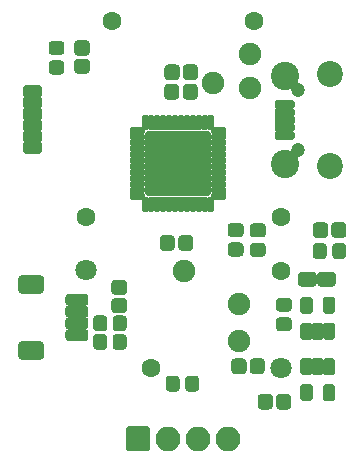
<source format=gbr>
%TF.GenerationSoftware,KiCad,Pcbnew,(5.1.9-0-10_14)*%
%TF.CreationDate,2021-09-13T12:25:13+02:00*%
%TF.ProjectId,SmartwatchPCB,536d6172-7477-4617-9463-685043422e6b,rev?*%
%TF.SameCoordinates,Original*%
%TF.FileFunction,Soldermask,Top*%
%TF.FilePolarity,Negative*%
%FSLAX46Y46*%
G04 Gerber Fmt 4.6, Leading zero omitted, Abs format (unit mm)*
G04 Created by KiCad (PCBNEW (5.1.9-0-10_14)) date 2021-09-13 12:25:13*
%MOMM*%
%LPD*%
G01*
G04 APERTURE LIST*
%ADD10C,1.900000*%
%ADD11O,2.100000X2.100000*%
%ADD12C,1.600000*%
%ADD13C,1.800000*%
%ADD14C,1.200000*%
%ADD15C,2.200000*%
%ADD16C,2.400000*%
G04 APERTURE END LIST*
D10*
%TO.C,TP_RST1*%
X35433000Y-24257000D03*
%TD*%
%TO.C,R9*%
G36*
G01*
X39567200Y-37354800D02*
X38817200Y-37354800D01*
G75*
G02*
X38517200Y-37054800I0J300000D01*
G01*
X38517200Y-36454800D01*
G75*
G02*
X38817200Y-36154800I300000J0D01*
G01*
X39567200Y-36154800D01*
G75*
G02*
X39867200Y-36454800I0J-300000D01*
G01*
X39867200Y-37054800D01*
G75*
G02*
X39567200Y-37354800I-300000J0D01*
G01*
G37*
G36*
G01*
X39567200Y-39004800D02*
X38817200Y-39004800D01*
G75*
G02*
X38517200Y-38704800I0J300000D01*
G01*
X38517200Y-38104800D01*
G75*
G02*
X38817200Y-37804800I300000J0D01*
G01*
X39567200Y-37804800D01*
G75*
G02*
X39867200Y-38104800I0J-300000D01*
G01*
X39867200Y-38704800D01*
G75*
G02*
X39567200Y-39004800I-300000J0D01*
G01*
G37*
%TD*%
%TO.C,R8*%
G36*
G01*
X36937600Y-37779400D02*
X37687600Y-37779400D01*
G75*
G02*
X37987600Y-38079400I0J-300000D01*
G01*
X37987600Y-38679400D01*
G75*
G02*
X37687600Y-38979400I-300000J0D01*
G01*
X36937600Y-38979400D01*
G75*
G02*
X36637600Y-38679400I0J300000D01*
G01*
X36637600Y-38079400D01*
G75*
G02*
X36937600Y-37779400I300000J0D01*
G01*
G37*
G36*
G01*
X36937600Y-36129400D02*
X37687600Y-36129400D01*
G75*
G02*
X37987600Y-36429400I0J-300000D01*
G01*
X37987600Y-37029400D01*
G75*
G02*
X37687600Y-37329400I-300000J0D01*
G01*
X36937600Y-37329400D01*
G75*
G02*
X36637600Y-37029400I0J300000D01*
G01*
X36637600Y-36429400D01*
G75*
G02*
X36937600Y-36129400I300000J0D01*
G01*
G37*
%TD*%
%TO.C,R7*%
G36*
G01*
X26895000Y-46577600D02*
X26895000Y-45827600D01*
G75*
G02*
X27195000Y-45527600I300000J0D01*
G01*
X27795000Y-45527600D01*
G75*
G02*
X28095000Y-45827600I0J-300000D01*
G01*
X28095000Y-46577600D01*
G75*
G02*
X27795000Y-46877600I-300000J0D01*
G01*
X27195000Y-46877600D01*
G75*
G02*
X26895000Y-46577600I0J300000D01*
G01*
G37*
G36*
G01*
X25245000Y-46577600D02*
X25245000Y-45827600D01*
G75*
G02*
X25545000Y-45527600I300000J0D01*
G01*
X26145000Y-45527600D01*
G75*
G02*
X26445000Y-45827600I0J-300000D01*
G01*
X26445000Y-46577600D01*
G75*
G02*
X26145000Y-46877600I-300000J0D01*
G01*
X25545000Y-46877600D01*
G75*
G02*
X25245000Y-46577600I0J300000D01*
G01*
G37*
%TD*%
%TO.C,R6*%
G36*
G01*
X26895000Y-45002800D02*
X26895000Y-44252800D01*
G75*
G02*
X27195000Y-43952800I300000J0D01*
G01*
X27795000Y-43952800D01*
G75*
G02*
X28095000Y-44252800I0J-300000D01*
G01*
X28095000Y-45002800D01*
G75*
G02*
X27795000Y-45302800I-300000J0D01*
G01*
X27195000Y-45302800D01*
G75*
G02*
X26895000Y-45002800I0J300000D01*
G01*
G37*
G36*
G01*
X25245000Y-45002800D02*
X25245000Y-44252800D01*
G75*
G02*
X25545000Y-43952800I300000J0D01*
G01*
X26145000Y-43952800D01*
G75*
G02*
X26445000Y-44252800I0J-300000D01*
G01*
X26445000Y-45002800D01*
G75*
G02*
X26145000Y-45302800I-300000J0D01*
G01*
X25545000Y-45302800D01*
G75*
G02*
X25245000Y-45002800I0J300000D01*
G01*
G37*
%TD*%
D11*
%TO.C,J3*%
X36677600Y-54406800D03*
X34137600Y-54406800D03*
X31597600Y-54406800D03*
G36*
G01*
X29907600Y-55456800D02*
X28207600Y-55456800D01*
G75*
G02*
X28007600Y-55256800I0J200000D01*
G01*
X28007600Y-53556800D01*
G75*
G02*
X28207600Y-53356800I200000J0D01*
G01*
X29907600Y-53356800D01*
G75*
G02*
X30107600Y-53556800I0J-200000D01*
G01*
X30107600Y-55256800D01*
G75*
G02*
X29907600Y-55456800I-200000J0D01*
G01*
G37*
%TD*%
D10*
%TO.C,TP_VBAT1*%
X37642800Y-46151800D03*
%TD*%
%TO.C,TP_GND1*%
X37592000Y-43027600D03*
%TD*%
D12*
%TO.C,U1*%
X26880300Y-18994600D03*
X38880300Y-18994600D03*
X24630300Y-35629600D03*
X41130300Y-35629600D03*
X30130300Y-48379600D03*
D13*
X41130300Y-48379600D03*
X24630300Y-40106600D03*
D12*
X41130300Y-40229600D03*
%TD*%
%TO.C,C7*%
G36*
G01*
X40477200Y-50907200D02*
X40477200Y-51607200D01*
G75*
G02*
X40152200Y-51932200I-325000J0D01*
G01*
X39502200Y-51932200D01*
G75*
G02*
X39177200Y-51607200I0J325000D01*
G01*
X39177200Y-50907200D01*
G75*
G02*
X39502200Y-50582200I325000J0D01*
G01*
X40152200Y-50582200D01*
G75*
G02*
X40477200Y-50907200I0J-325000D01*
G01*
G37*
G36*
G01*
X42027200Y-50907200D02*
X42027200Y-51607200D01*
G75*
G02*
X41702200Y-51932200I-325000J0D01*
G01*
X41052200Y-51932200D01*
G75*
G02*
X40727200Y-51607200I0J325000D01*
G01*
X40727200Y-50907200D01*
G75*
G02*
X41052200Y-50582200I325000J0D01*
G01*
X41702200Y-50582200D01*
G75*
G02*
X42027200Y-50907200I0J-325000D01*
G01*
G37*
%TD*%
%TO.C,C6*%
G36*
G01*
X38242000Y-47910000D02*
X38242000Y-48610000D01*
G75*
G02*
X37917000Y-48935000I-325000J0D01*
G01*
X37267000Y-48935000D01*
G75*
G02*
X36942000Y-48610000I0J325000D01*
G01*
X36942000Y-47910000D01*
G75*
G02*
X37267000Y-47585000I325000J0D01*
G01*
X37917000Y-47585000D01*
G75*
G02*
X38242000Y-47910000I0J-325000D01*
G01*
G37*
G36*
G01*
X39792000Y-47910000D02*
X39792000Y-48610000D01*
G75*
G02*
X39467000Y-48935000I-325000J0D01*
G01*
X38817000Y-48935000D01*
G75*
G02*
X38492000Y-48610000I0J325000D01*
G01*
X38492000Y-47910000D01*
G75*
G02*
X38817000Y-47585000I325000J0D01*
G01*
X39467000Y-47585000D01*
G75*
G02*
X39792000Y-47910000I0J-325000D01*
G01*
G37*
%TD*%
%TO.C,C5*%
G36*
G01*
X45150800Y-36378400D02*
X45150800Y-37078400D01*
G75*
G02*
X44825800Y-37403400I-325000J0D01*
G01*
X44175800Y-37403400D01*
G75*
G02*
X43850800Y-37078400I0J325000D01*
G01*
X43850800Y-36378400D01*
G75*
G02*
X44175800Y-36053400I325000J0D01*
G01*
X44825800Y-36053400D01*
G75*
G02*
X45150800Y-36378400I0J-325000D01*
G01*
G37*
G36*
G01*
X46700800Y-36378400D02*
X46700800Y-37078400D01*
G75*
G02*
X46375800Y-37403400I-325000J0D01*
G01*
X45725800Y-37403400D01*
G75*
G02*
X45400800Y-37078400I0J325000D01*
G01*
X45400800Y-36378400D01*
G75*
G02*
X45725800Y-36053400I325000J0D01*
G01*
X46375800Y-36053400D01*
G75*
G02*
X46700800Y-36378400I0J-325000D01*
G01*
G37*
%TD*%
%TO.C,U3*%
G36*
G01*
X44884500Y-49773000D02*
X45534500Y-49773000D01*
G75*
G02*
X45734500Y-49973000I0J-200000D01*
G01*
X45734500Y-51033000D01*
G75*
G02*
X45534500Y-51233000I-200000J0D01*
G01*
X44884500Y-51233000D01*
G75*
G02*
X44684500Y-51033000I0J200000D01*
G01*
X44684500Y-49973000D01*
G75*
G02*
X44884500Y-49773000I200000J0D01*
G01*
G37*
G36*
G01*
X42984500Y-49773000D02*
X43634500Y-49773000D01*
G75*
G02*
X43834500Y-49973000I0J-200000D01*
G01*
X43834500Y-51033000D01*
G75*
G02*
X43634500Y-51233000I-200000J0D01*
G01*
X42984500Y-51233000D01*
G75*
G02*
X42784500Y-51033000I0J200000D01*
G01*
X42784500Y-49973000D01*
G75*
G02*
X42984500Y-49773000I200000J0D01*
G01*
G37*
G36*
G01*
X42984500Y-47573000D02*
X43634500Y-47573000D01*
G75*
G02*
X43834500Y-47773000I0J-200000D01*
G01*
X43834500Y-48833000D01*
G75*
G02*
X43634500Y-49033000I-200000J0D01*
G01*
X42984500Y-49033000D01*
G75*
G02*
X42784500Y-48833000I0J200000D01*
G01*
X42784500Y-47773000D01*
G75*
G02*
X42984500Y-47573000I200000J0D01*
G01*
G37*
G36*
G01*
X43934500Y-47573000D02*
X44584500Y-47573000D01*
G75*
G02*
X44784500Y-47773000I0J-200000D01*
G01*
X44784500Y-48833000D01*
G75*
G02*
X44584500Y-49033000I-200000J0D01*
G01*
X43934500Y-49033000D01*
G75*
G02*
X43734500Y-48833000I0J200000D01*
G01*
X43734500Y-47773000D01*
G75*
G02*
X43934500Y-47573000I200000J0D01*
G01*
G37*
G36*
G01*
X44884500Y-47573000D02*
X45534500Y-47573000D01*
G75*
G02*
X45734500Y-47773000I0J-200000D01*
G01*
X45734500Y-48833000D01*
G75*
G02*
X45534500Y-49033000I-200000J0D01*
G01*
X44884500Y-49033000D01*
G75*
G02*
X44684500Y-48833000I0J200000D01*
G01*
X44684500Y-47773000D01*
G75*
G02*
X44884500Y-47573000I200000J0D01*
G01*
G37*
%TD*%
%TO.C,U2*%
G36*
G01*
X43634500Y-43826000D02*
X42984500Y-43826000D01*
G75*
G02*
X42784500Y-43626000I0J200000D01*
G01*
X42784500Y-42566000D01*
G75*
G02*
X42984500Y-42366000I200000J0D01*
G01*
X43634500Y-42366000D01*
G75*
G02*
X43834500Y-42566000I0J-200000D01*
G01*
X43834500Y-43626000D01*
G75*
G02*
X43634500Y-43826000I-200000J0D01*
G01*
G37*
G36*
G01*
X45534500Y-43826000D02*
X44884500Y-43826000D01*
G75*
G02*
X44684500Y-43626000I0J200000D01*
G01*
X44684500Y-42566000D01*
G75*
G02*
X44884500Y-42366000I200000J0D01*
G01*
X45534500Y-42366000D01*
G75*
G02*
X45734500Y-42566000I0J-200000D01*
G01*
X45734500Y-43626000D01*
G75*
G02*
X45534500Y-43826000I-200000J0D01*
G01*
G37*
G36*
G01*
X45534500Y-46026000D02*
X44884500Y-46026000D01*
G75*
G02*
X44684500Y-45826000I0J200000D01*
G01*
X44684500Y-44766000D01*
G75*
G02*
X44884500Y-44566000I200000J0D01*
G01*
X45534500Y-44566000D01*
G75*
G02*
X45734500Y-44766000I0J-200000D01*
G01*
X45734500Y-45826000D01*
G75*
G02*
X45534500Y-46026000I-200000J0D01*
G01*
G37*
G36*
G01*
X44584500Y-46026000D02*
X43934500Y-46026000D01*
G75*
G02*
X43734500Y-45826000I0J200000D01*
G01*
X43734500Y-44766000D01*
G75*
G02*
X43934500Y-44566000I200000J0D01*
G01*
X44584500Y-44566000D01*
G75*
G02*
X44784500Y-44766000I0J-200000D01*
G01*
X44784500Y-45826000D01*
G75*
G02*
X44584500Y-46026000I-200000J0D01*
G01*
G37*
G36*
G01*
X43634500Y-46026000D02*
X42984500Y-46026000D01*
G75*
G02*
X42784500Y-45826000I0J200000D01*
G01*
X42784500Y-44766000D01*
G75*
G02*
X42984500Y-44566000I200000J0D01*
G01*
X43634500Y-44566000D01*
G75*
G02*
X43834500Y-44766000I0J-200000D01*
G01*
X43834500Y-45826000D01*
G75*
G02*
X43634500Y-46026000I-200000J0D01*
G01*
G37*
%TD*%
%TO.C,R5*%
G36*
G01*
X45487800Y-38881400D02*
X45487800Y-38131400D01*
G75*
G02*
X45787800Y-37831400I300000J0D01*
G01*
X46387800Y-37831400D01*
G75*
G02*
X46687800Y-38131400I0J-300000D01*
G01*
X46687800Y-38881400D01*
G75*
G02*
X46387800Y-39181400I-300000J0D01*
G01*
X45787800Y-39181400D01*
G75*
G02*
X45487800Y-38881400I0J300000D01*
G01*
G37*
G36*
G01*
X43837800Y-38881400D02*
X43837800Y-38131400D01*
G75*
G02*
X44137800Y-37831400I300000J0D01*
G01*
X44737800Y-37831400D01*
G75*
G02*
X45037800Y-38131400I0J-300000D01*
G01*
X45037800Y-38881400D01*
G75*
G02*
X44737800Y-39181400I-300000J0D01*
G01*
X44137800Y-39181400D01*
G75*
G02*
X43837800Y-38881400I0J300000D01*
G01*
G37*
%TD*%
%TO.C,R4*%
G36*
G01*
X41027000Y-44103500D02*
X41777000Y-44103500D01*
G75*
G02*
X42077000Y-44403500I0J-300000D01*
G01*
X42077000Y-45003500D01*
G75*
G02*
X41777000Y-45303500I-300000J0D01*
G01*
X41027000Y-45303500D01*
G75*
G02*
X40727000Y-45003500I0J300000D01*
G01*
X40727000Y-44403500D01*
G75*
G02*
X41027000Y-44103500I300000J0D01*
G01*
G37*
G36*
G01*
X41027000Y-42453500D02*
X41777000Y-42453500D01*
G75*
G02*
X42077000Y-42753500I0J-300000D01*
G01*
X42077000Y-43353500D01*
G75*
G02*
X41777000Y-43653500I-300000J0D01*
G01*
X41027000Y-43653500D01*
G75*
G02*
X40727000Y-43353500I0J300000D01*
G01*
X40727000Y-42753500D01*
G75*
G02*
X41027000Y-42453500I300000J0D01*
G01*
G37*
%TD*%
%TO.C,D2*%
G36*
G01*
X44195700Y-40581500D02*
X44195700Y-41206500D01*
G75*
G02*
X43883200Y-41519000I-312500J0D01*
G01*
X42883200Y-41519000D01*
G75*
G02*
X42570700Y-41206500I0J312500D01*
G01*
X42570700Y-40581500D01*
G75*
G02*
X42883200Y-40269000I312500J0D01*
G01*
X43883200Y-40269000D01*
G75*
G02*
X44195700Y-40581500I0J-312500D01*
G01*
G37*
G36*
G01*
X45820700Y-40581500D02*
X45820700Y-41206500D01*
G75*
G02*
X45508200Y-41519000I-312500J0D01*
G01*
X44508200Y-41519000D01*
G75*
G02*
X44195700Y-41206500I0J312500D01*
G01*
X44195700Y-40581500D01*
G75*
G02*
X44508200Y-40269000I312500J0D01*
G01*
X45508200Y-40269000D01*
G75*
G02*
X45820700Y-40581500I0J-312500D01*
G01*
G37*
%TD*%
%TO.C,IC2*%
G36*
G01*
X19481800Y-29226100D02*
X20751800Y-29226100D01*
G75*
G02*
X20951800Y-29426100I0J-200000D01*
G01*
X20951800Y-30061100D01*
G75*
G02*
X20751800Y-30261100I-200000J0D01*
G01*
X19481800Y-30261100D01*
G75*
G02*
X19281800Y-30061100I0J200000D01*
G01*
X19281800Y-29426100D01*
G75*
G02*
X19481800Y-29226100I200000J0D01*
G01*
G37*
G36*
G01*
X19481800Y-28276100D02*
X20751800Y-28276100D01*
G75*
G02*
X20951800Y-28476100I0J-200000D01*
G01*
X20951800Y-29111100D01*
G75*
G02*
X20751800Y-29311100I-200000J0D01*
G01*
X19481800Y-29311100D01*
G75*
G02*
X19281800Y-29111100I0J200000D01*
G01*
X19281800Y-28476100D01*
G75*
G02*
X19481800Y-28276100I200000J0D01*
G01*
G37*
G36*
G01*
X19481800Y-27326100D02*
X20751800Y-27326100D01*
G75*
G02*
X20951800Y-27526100I0J-200000D01*
G01*
X20951800Y-28161100D01*
G75*
G02*
X20751800Y-28361100I-200000J0D01*
G01*
X19481800Y-28361100D01*
G75*
G02*
X19281800Y-28161100I0J200000D01*
G01*
X19281800Y-27526100D01*
G75*
G02*
X19481800Y-27326100I200000J0D01*
G01*
G37*
G36*
G01*
X19481800Y-26376100D02*
X20751800Y-26376100D01*
G75*
G02*
X20951800Y-26576100I0J-200000D01*
G01*
X20951800Y-27211100D01*
G75*
G02*
X20751800Y-27411100I-200000J0D01*
G01*
X19481800Y-27411100D01*
G75*
G02*
X19281800Y-27211100I0J200000D01*
G01*
X19281800Y-26576100D01*
G75*
G02*
X19481800Y-26376100I200000J0D01*
G01*
G37*
G36*
G01*
X19481800Y-25426100D02*
X20751800Y-25426100D01*
G75*
G02*
X20951800Y-25626100I0J-200000D01*
G01*
X20951800Y-26261100D01*
G75*
G02*
X20751800Y-26461100I-200000J0D01*
G01*
X19481800Y-26461100D01*
G75*
G02*
X19281800Y-26261100I0J200000D01*
G01*
X19281800Y-25626100D01*
G75*
G02*
X19481800Y-25426100I200000J0D01*
G01*
G37*
G36*
G01*
X19481800Y-24476100D02*
X20751800Y-24476100D01*
G75*
G02*
X20951800Y-24676100I0J-200000D01*
G01*
X20951800Y-25311100D01*
G75*
G02*
X20751800Y-25511100I-200000J0D01*
G01*
X19481800Y-25511100D01*
G75*
G02*
X19281800Y-25311100I0J200000D01*
G01*
X19281800Y-24676100D01*
G75*
G02*
X19481800Y-24476100I200000J0D01*
G01*
G37*
%TD*%
%TO.C,IC1*%
G36*
G01*
X29660800Y-33664600D02*
X29660800Y-28514600D01*
G75*
G02*
X29860800Y-28314600I200000J0D01*
G01*
X35010800Y-28314600D01*
G75*
G02*
X35210800Y-28514600I0J-200000D01*
G01*
X35210800Y-33664600D01*
G75*
G02*
X35010800Y-33864600I-200000J0D01*
G01*
X29860800Y-33864600D01*
G75*
G02*
X29660800Y-33664600I0J200000D01*
G01*
G37*
G36*
G01*
X29360800Y-28127100D02*
X29360800Y-27177100D01*
G75*
G02*
X29523300Y-27014600I162500J0D01*
G01*
X29848300Y-27014600D01*
G75*
G02*
X30010800Y-27177100I0J-162500D01*
G01*
X30010800Y-28127100D01*
G75*
G02*
X29848300Y-28289600I-162500J0D01*
G01*
X29523300Y-28289600D01*
G75*
G02*
X29360800Y-28127100I0J162500D01*
G01*
G37*
G36*
G01*
X29860800Y-28127100D02*
X29860800Y-27177100D01*
G75*
G02*
X30023300Y-27014600I162500J0D01*
G01*
X30348300Y-27014600D01*
G75*
G02*
X30510800Y-27177100I0J-162500D01*
G01*
X30510800Y-28127100D01*
G75*
G02*
X30348300Y-28289600I-162500J0D01*
G01*
X30023300Y-28289600D01*
G75*
G02*
X29860800Y-28127100I0J162500D01*
G01*
G37*
G36*
G01*
X30360800Y-28127100D02*
X30360800Y-27177100D01*
G75*
G02*
X30523300Y-27014600I162500J0D01*
G01*
X30848300Y-27014600D01*
G75*
G02*
X31010800Y-27177100I0J-162500D01*
G01*
X31010800Y-28127100D01*
G75*
G02*
X30848300Y-28289600I-162500J0D01*
G01*
X30523300Y-28289600D01*
G75*
G02*
X30360800Y-28127100I0J162500D01*
G01*
G37*
G36*
G01*
X30860800Y-28127100D02*
X30860800Y-27177100D01*
G75*
G02*
X31023300Y-27014600I162500J0D01*
G01*
X31348300Y-27014600D01*
G75*
G02*
X31510800Y-27177100I0J-162500D01*
G01*
X31510800Y-28127100D01*
G75*
G02*
X31348300Y-28289600I-162500J0D01*
G01*
X31023300Y-28289600D01*
G75*
G02*
X30860800Y-28127100I0J162500D01*
G01*
G37*
G36*
G01*
X31360800Y-28127100D02*
X31360800Y-27177100D01*
G75*
G02*
X31523300Y-27014600I162500J0D01*
G01*
X31848300Y-27014600D01*
G75*
G02*
X32010800Y-27177100I0J-162500D01*
G01*
X32010800Y-28127100D01*
G75*
G02*
X31848300Y-28289600I-162500J0D01*
G01*
X31523300Y-28289600D01*
G75*
G02*
X31360800Y-28127100I0J162500D01*
G01*
G37*
G36*
G01*
X31860800Y-28127100D02*
X31860800Y-27177100D01*
G75*
G02*
X32023300Y-27014600I162500J0D01*
G01*
X32348300Y-27014600D01*
G75*
G02*
X32510800Y-27177100I0J-162500D01*
G01*
X32510800Y-28127100D01*
G75*
G02*
X32348300Y-28289600I-162500J0D01*
G01*
X32023300Y-28289600D01*
G75*
G02*
X31860800Y-28127100I0J162500D01*
G01*
G37*
G36*
G01*
X32360800Y-28127100D02*
X32360800Y-27177100D01*
G75*
G02*
X32523300Y-27014600I162500J0D01*
G01*
X32848300Y-27014600D01*
G75*
G02*
X33010800Y-27177100I0J-162500D01*
G01*
X33010800Y-28127100D01*
G75*
G02*
X32848300Y-28289600I-162500J0D01*
G01*
X32523300Y-28289600D01*
G75*
G02*
X32360800Y-28127100I0J162500D01*
G01*
G37*
G36*
G01*
X32860800Y-28127100D02*
X32860800Y-27177100D01*
G75*
G02*
X33023300Y-27014600I162500J0D01*
G01*
X33348300Y-27014600D01*
G75*
G02*
X33510800Y-27177100I0J-162500D01*
G01*
X33510800Y-28127100D01*
G75*
G02*
X33348300Y-28289600I-162500J0D01*
G01*
X33023300Y-28289600D01*
G75*
G02*
X32860800Y-28127100I0J162500D01*
G01*
G37*
G36*
G01*
X33360800Y-28127100D02*
X33360800Y-27177100D01*
G75*
G02*
X33523300Y-27014600I162500J0D01*
G01*
X33848300Y-27014600D01*
G75*
G02*
X34010800Y-27177100I0J-162500D01*
G01*
X34010800Y-28127100D01*
G75*
G02*
X33848300Y-28289600I-162500J0D01*
G01*
X33523300Y-28289600D01*
G75*
G02*
X33360800Y-28127100I0J162500D01*
G01*
G37*
G36*
G01*
X33860800Y-28127100D02*
X33860800Y-27177100D01*
G75*
G02*
X34023300Y-27014600I162500J0D01*
G01*
X34348300Y-27014600D01*
G75*
G02*
X34510800Y-27177100I0J-162500D01*
G01*
X34510800Y-28127100D01*
G75*
G02*
X34348300Y-28289600I-162500J0D01*
G01*
X34023300Y-28289600D01*
G75*
G02*
X33860800Y-28127100I0J162500D01*
G01*
G37*
G36*
G01*
X34360800Y-28127100D02*
X34360800Y-27177100D01*
G75*
G02*
X34523300Y-27014600I162500J0D01*
G01*
X34848300Y-27014600D01*
G75*
G02*
X35010800Y-27177100I0J-162500D01*
G01*
X35010800Y-28127100D01*
G75*
G02*
X34848300Y-28289600I-162500J0D01*
G01*
X34523300Y-28289600D01*
G75*
G02*
X34360800Y-28127100I0J162500D01*
G01*
G37*
G36*
G01*
X34860800Y-28127100D02*
X34860800Y-27177100D01*
G75*
G02*
X35023300Y-27014600I162500J0D01*
G01*
X35348300Y-27014600D01*
G75*
G02*
X35510800Y-27177100I0J-162500D01*
G01*
X35510800Y-28127100D01*
G75*
G02*
X35348300Y-28289600I-162500J0D01*
G01*
X35023300Y-28289600D01*
G75*
G02*
X34860800Y-28127100I0J162500D01*
G01*
G37*
G36*
G01*
X35235800Y-28502100D02*
X35235800Y-28177100D01*
G75*
G02*
X35398300Y-28014600I162500J0D01*
G01*
X36348300Y-28014600D01*
G75*
G02*
X36510800Y-28177100I0J-162500D01*
G01*
X36510800Y-28502100D01*
G75*
G02*
X36348300Y-28664600I-162500J0D01*
G01*
X35398300Y-28664600D01*
G75*
G02*
X35235800Y-28502100I0J162500D01*
G01*
G37*
G36*
G01*
X35235800Y-29002100D02*
X35235800Y-28677100D01*
G75*
G02*
X35398300Y-28514600I162500J0D01*
G01*
X36348300Y-28514600D01*
G75*
G02*
X36510800Y-28677100I0J-162500D01*
G01*
X36510800Y-29002100D01*
G75*
G02*
X36348300Y-29164600I-162500J0D01*
G01*
X35398300Y-29164600D01*
G75*
G02*
X35235800Y-29002100I0J162500D01*
G01*
G37*
G36*
G01*
X35235800Y-29502100D02*
X35235800Y-29177100D01*
G75*
G02*
X35398300Y-29014600I162500J0D01*
G01*
X36348300Y-29014600D01*
G75*
G02*
X36510800Y-29177100I0J-162500D01*
G01*
X36510800Y-29502100D01*
G75*
G02*
X36348300Y-29664600I-162500J0D01*
G01*
X35398300Y-29664600D01*
G75*
G02*
X35235800Y-29502100I0J162500D01*
G01*
G37*
G36*
G01*
X35235800Y-30002100D02*
X35235800Y-29677100D01*
G75*
G02*
X35398300Y-29514600I162500J0D01*
G01*
X36348300Y-29514600D01*
G75*
G02*
X36510800Y-29677100I0J-162500D01*
G01*
X36510800Y-30002100D01*
G75*
G02*
X36348300Y-30164600I-162500J0D01*
G01*
X35398300Y-30164600D01*
G75*
G02*
X35235800Y-30002100I0J162500D01*
G01*
G37*
G36*
G01*
X35235800Y-30502100D02*
X35235800Y-30177100D01*
G75*
G02*
X35398300Y-30014600I162500J0D01*
G01*
X36348300Y-30014600D01*
G75*
G02*
X36510800Y-30177100I0J-162500D01*
G01*
X36510800Y-30502100D01*
G75*
G02*
X36348300Y-30664600I-162500J0D01*
G01*
X35398300Y-30664600D01*
G75*
G02*
X35235800Y-30502100I0J162500D01*
G01*
G37*
G36*
G01*
X35235800Y-31002100D02*
X35235800Y-30677100D01*
G75*
G02*
X35398300Y-30514600I162500J0D01*
G01*
X36348300Y-30514600D01*
G75*
G02*
X36510800Y-30677100I0J-162500D01*
G01*
X36510800Y-31002100D01*
G75*
G02*
X36348300Y-31164600I-162500J0D01*
G01*
X35398300Y-31164600D01*
G75*
G02*
X35235800Y-31002100I0J162500D01*
G01*
G37*
G36*
G01*
X35235800Y-31502100D02*
X35235800Y-31177100D01*
G75*
G02*
X35398300Y-31014600I162500J0D01*
G01*
X36348300Y-31014600D01*
G75*
G02*
X36510800Y-31177100I0J-162500D01*
G01*
X36510800Y-31502100D01*
G75*
G02*
X36348300Y-31664600I-162500J0D01*
G01*
X35398300Y-31664600D01*
G75*
G02*
X35235800Y-31502100I0J162500D01*
G01*
G37*
G36*
G01*
X35235800Y-32002100D02*
X35235800Y-31677100D01*
G75*
G02*
X35398300Y-31514600I162500J0D01*
G01*
X36348300Y-31514600D01*
G75*
G02*
X36510800Y-31677100I0J-162500D01*
G01*
X36510800Y-32002100D01*
G75*
G02*
X36348300Y-32164600I-162500J0D01*
G01*
X35398300Y-32164600D01*
G75*
G02*
X35235800Y-32002100I0J162500D01*
G01*
G37*
G36*
G01*
X35235800Y-32502100D02*
X35235800Y-32177100D01*
G75*
G02*
X35398300Y-32014600I162500J0D01*
G01*
X36348300Y-32014600D01*
G75*
G02*
X36510800Y-32177100I0J-162500D01*
G01*
X36510800Y-32502100D01*
G75*
G02*
X36348300Y-32664600I-162500J0D01*
G01*
X35398300Y-32664600D01*
G75*
G02*
X35235800Y-32502100I0J162500D01*
G01*
G37*
G36*
G01*
X35235800Y-33002100D02*
X35235800Y-32677100D01*
G75*
G02*
X35398300Y-32514600I162500J0D01*
G01*
X36348300Y-32514600D01*
G75*
G02*
X36510800Y-32677100I0J-162500D01*
G01*
X36510800Y-33002100D01*
G75*
G02*
X36348300Y-33164600I-162500J0D01*
G01*
X35398300Y-33164600D01*
G75*
G02*
X35235800Y-33002100I0J162500D01*
G01*
G37*
G36*
G01*
X35235800Y-33502100D02*
X35235800Y-33177100D01*
G75*
G02*
X35398300Y-33014600I162500J0D01*
G01*
X36348300Y-33014600D01*
G75*
G02*
X36510800Y-33177100I0J-162500D01*
G01*
X36510800Y-33502100D01*
G75*
G02*
X36348300Y-33664600I-162500J0D01*
G01*
X35398300Y-33664600D01*
G75*
G02*
X35235800Y-33502100I0J162500D01*
G01*
G37*
G36*
G01*
X35235800Y-34002100D02*
X35235800Y-33677100D01*
G75*
G02*
X35398300Y-33514600I162500J0D01*
G01*
X36348300Y-33514600D01*
G75*
G02*
X36510800Y-33677100I0J-162500D01*
G01*
X36510800Y-34002100D01*
G75*
G02*
X36348300Y-34164600I-162500J0D01*
G01*
X35398300Y-34164600D01*
G75*
G02*
X35235800Y-34002100I0J162500D01*
G01*
G37*
G36*
G01*
X34860800Y-35002100D02*
X34860800Y-34052100D01*
G75*
G02*
X35023300Y-33889600I162500J0D01*
G01*
X35348300Y-33889600D01*
G75*
G02*
X35510800Y-34052100I0J-162500D01*
G01*
X35510800Y-35002100D01*
G75*
G02*
X35348300Y-35164600I-162500J0D01*
G01*
X35023300Y-35164600D01*
G75*
G02*
X34860800Y-35002100I0J162500D01*
G01*
G37*
G36*
G01*
X34360800Y-35002100D02*
X34360800Y-34052100D01*
G75*
G02*
X34523300Y-33889600I162500J0D01*
G01*
X34848300Y-33889600D01*
G75*
G02*
X35010800Y-34052100I0J-162500D01*
G01*
X35010800Y-35002100D01*
G75*
G02*
X34848300Y-35164600I-162500J0D01*
G01*
X34523300Y-35164600D01*
G75*
G02*
X34360800Y-35002100I0J162500D01*
G01*
G37*
G36*
G01*
X33860800Y-35002100D02*
X33860800Y-34052100D01*
G75*
G02*
X34023300Y-33889600I162500J0D01*
G01*
X34348300Y-33889600D01*
G75*
G02*
X34510800Y-34052100I0J-162500D01*
G01*
X34510800Y-35002100D01*
G75*
G02*
X34348300Y-35164600I-162500J0D01*
G01*
X34023300Y-35164600D01*
G75*
G02*
X33860800Y-35002100I0J162500D01*
G01*
G37*
G36*
G01*
X33360800Y-35002100D02*
X33360800Y-34052100D01*
G75*
G02*
X33523300Y-33889600I162500J0D01*
G01*
X33848300Y-33889600D01*
G75*
G02*
X34010800Y-34052100I0J-162500D01*
G01*
X34010800Y-35002100D01*
G75*
G02*
X33848300Y-35164600I-162500J0D01*
G01*
X33523300Y-35164600D01*
G75*
G02*
X33360800Y-35002100I0J162500D01*
G01*
G37*
G36*
G01*
X32860800Y-35002100D02*
X32860800Y-34052100D01*
G75*
G02*
X33023300Y-33889600I162500J0D01*
G01*
X33348300Y-33889600D01*
G75*
G02*
X33510800Y-34052100I0J-162500D01*
G01*
X33510800Y-35002100D01*
G75*
G02*
X33348300Y-35164600I-162500J0D01*
G01*
X33023300Y-35164600D01*
G75*
G02*
X32860800Y-35002100I0J162500D01*
G01*
G37*
G36*
G01*
X32360800Y-35002100D02*
X32360800Y-34052100D01*
G75*
G02*
X32523300Y-33889600I162500J0D01*
G01*
X32848300Y-33889600D01*
G75*
G02*
X33010800Y-34052100I0J-162500D01*
G01*
X33010800Y-35002100D01*
G75*
G02*
X32848300Y-35164600I-162500J0D01*
G01*
X32523300Y-35164600D01*
G75*
G02*
X32360800Y-35002100I0J162500D01*
G01*
G37*
G36*
G01*
X31860800Y-35002100D02*
X31860800Y-34052100D01*
G75*
G02*
X32023300Y-33889600I162500J0D01*
G01*
X32348300Y-33889600D01*
G75*
G02*
X32510800Y-34052100I0J-162500D01*
G01*
X32510800Y-35002100D01*
G75*
G02*
X32348300Y-35164600I-162500J0D01*
G01*
X32023300Y-35164600D01*
G75*
G02*
X31860800Y-35002100I0J162500D01*
G01*
G37*
G36*
G01*
X31360800Y-35002100D02*
X31360800Y-34052100D01*
G75*
G02*
X31523300Y-33889600I162500J0D01*
G01*
X31848300Y-33889600D01*
G75*
G02*
X32010800Y-34052100I0J-162500D01*
G01*
X32010800Y-35002100D01*
G75*
G02*
X31848300Y-35164600I-162500J0D01*
G01*
X31523300Y-35164600D01*
G75*
G02*
X31360800Y-35002100I0J162500D01*
G01*
G37*
G36*
G01*
X30860800Y-35002100D02*
X30860800Y-34052100D01*
G75*
G02*
X31023300Y-33889600I162500J0D01*
G01*
X31348300Y-33889600D01*
G75*
G02*
X31510800Y-34052100I0J-162500D01*
G01*
X31510800Y-35002100D01*
G75*
G02*
X31348300Y-35164600I-162500J0D01*
G01*
X31023300Y-35164600D01*
G75*
G02*
X30860800Y-35002100I0J162500D01*
G01*
G37*
G36*
G01*
X30360800Y-35002100D02*
X30360800Y-34052100D01*
G75*
G02*
X30523300Y-33889600I162500J0D01*
G01*
X30848300Y-33889600D01*
G75*
G02*
X31010800Y-34052100I0J-162500D01*
G01*
X31010800Y-35002100D01*
G75*
G02*
X30848300Y-35164600I-162500J0D01*
G01*
X30523300Y-35164600D01*
G75*
G02*
X30360800Y-35002100I0J162500D01*
G01*
G37*
G36*
G01*
X29860800Y-35002100D02*
X29860800Y-34052100D01*
G75*
G02*
X30023300Y-33889600I162500J0D01*
G01*
X30348300Y-33889600D01*
G75*
G02*
X30510800Y-34052100I0J-162500D01*
G01*
X30510800Y-35002100D01*
G75*
G02*
X30348300Y-35164600I-162500J0D01*
G01*
X30023300Y-35164600D01*
G75*
G02*
X29860800Y-35002100I0J162500D01*
G01*
G37*
G36*
G01*
X29360800Y-35002100D02*
X29360800Y-34052100D01*
G75*
G02*
X29523300Y-33889600I162500J0D01*
G01*
X29848300Y-33889600D01*
G75*
G02*
X30010800Y-34052100I0J-162500D01*
G01*
X30010800Y-35002100D01*
G75*
G02*
X29848300Y-35164600I-162500J0D01*
G01*
X29523300Y-35164600D01*
G75*
G02*
X29360800Y-35002100I0J162500D01*
G01*
G37*
G36*
G01*
X28360800Y-34002100D02*
X28360800Y-33677100D01*
G75*
G02*
X28523300Y-33514600I162500J0D01*
G01*
X29473300Y-33514600D01*
G75*
G02*
X29635800Y-33677100I0J-162500D01*
G01*
X29635800Y-34002100D01*
G75*
G02*
X29473300Y-34164600I-162500J0D01*
G01*
X28523300Y-34164600D01*
G75*
G02*
X28360800Y-34002100I0J162500D01*
G01*
G37*
G36*
G01*
X28360800Y-33502100D02*
X28360800Y-33177100D01*
G75*
G02*
X28523300Y-33014600I162500J0D01*
G01*
X29473300Y-33014600D01*
G75*
G02*
X29635800Y-33177100I0J-162500D01*
G01*
X29635800Y-33502100D01*
G75*
G02*
X29473300Y-33664600I-162500J0D01*
G01*
X28523300Y-33664600D01*
G75*
G02*
X28360800Y-33502100I0J162500D01*
G01*
G37*
G36*
G01*
X28360800Y-33002100D02*
X28360800Y-32677100D01*
G75*
G02*
X28523300Y-32514600I162500J0D01*
G01*
X29473300Y-32514600D01*
G75*
G02*
X29635800Y-32677100I0J-162500D01*
G01*
X29635800Y-33002100D01*
G75*
G02*
X29473300Y-33164600I-162500J0D01*
G01*
X28523300Y-33164600D01*
G75*
G02*
X28360800Y-33002100I0J162500D01*
G01*
G37*
G36*
G01*
X28360800Y-32502100D02*
X28360800Y-32177100D01*
G75*
G02*
X28523300Y-32014600I162500J0D01*
G01*
X29473300Y-32014600D01*
G75*
G02*
X29635800Y-32177100I0J-162500D01*
G01*
X29635800Y-32502100D01*
G75*
G02*
X29473300Y-32664600I-162500J0D01*
G01*
X28523300Y-32664600D01*
G75*
G02*
X28360800Y-32502100I0J162500D01*
G01*
G37*
G36*
G01*
X28360800Y-32002100D02*
X28360800Y-31677100D01*
G75*
G02*
X28523300Y-31514600I162500J0D01*
G01*
X29473300Y-31514600D01*
G75*
G02*
X29635800Y-31677100I0J-162500D01*
G01*
X29635800Y-32002100D01*
G75*
G02*
X29473300Y-32164600I-162500J0D01*
G01*
X28523300Y-32164600D01*
G75*
G02*
X28360800Y-32002100I0J162500D01*
G01*
G37*
G36*
G01*
X28360800Y-31502100D02*
X28360800Y-31177100D01*
G75*
G02*
X28523300Y-31014600I162500J0D01*
G01*
X29473300Y-31014600D01*
G75*
G02*
X29635800Y-31177100I0J-162500D01*
G01*
X29635800Y-31502100D01*
G75*
G02*
X29473300Y-31664600I-162500J0D01*
G01*
X28523300Y-31664600D01*
G75*
G02*
X28360800Y-31502100I0J162500D01*
G01*
G37*
G36*
G01*
X28360800Y-31002100D02*
X28360800Y-30677100D01*
G75*
G02*
X28523300Y-30514600I162500J0D01*
G01*
X29473300Y-30514600D01*
G75*
G02*
X29635800Y-30677100I0J-162500D01*
G01*
X29635800Y-31002100D01*
G75*
G02*
X29473300Y-31164600I-162500J0D01*
G01*
X28523300Y-31164600D01*
G75*
G02*
X28360800Y-31002100I0J162500D01*
G01*
G37*
G36*
G01*
X28360800Y-30502100D02*
X28360800Y-30177100D01*
G75*
G02*
X28523300Y-30014600I162500J0D01*
G01*
X29473300Y-30014600D01*
G75*
G02*
X29635800Y-30177100I0J-162500D01*
G01*
X29635800Y-30502100D01*
G75*
G02*
X29473300Y-30664600I-162500J0D01*
G01*
X28523300Y-30664600D01*
G75*
G02*
X28360800Y-30502100I0J162500D01*
G01*
G37*
G36*
G01*
X28360800Y-30002100D02*
X28360800Y-29677100D01*
G75*
G02*
X28523300Y-29514600I162500J0D01*
G01*
X29473300Y-29514600D01*
G75*
G02*
X29635800Y-29677100I0J-162500D01*
G01*
X29635800Y-30002100D01*
G75*
G02*
X29473300Y-30164600I-162500J0D01*
G01*
X28523300Y-30164600D01*
G75*
G02*
X28360800Y-30002100I0J162500D01*
G01*
G37*
G36*
G01*
X28360800Y-29502100D02*
X28360800Y-29177100D01*
G75*
G02*
X28523300Y-29014600I162500J0D01*
G01*
X29473300Y-29014600D01*
G75*
G02*
X29635800Y-29177100I0J-162500D01*
G01*
X29635800Y-29502100D01*
G75*
G02*
X29473300Y-29664600I-162500J0D01*
G01*
X28523300Y-29664600D01*
G75*
G02*
X28360800Y-29502100I0J162500D01*
G01*
G37*
G36*
G01*
X28360800Y-29002100D02*
X28360800Y-28677100D01*
G75*
G02*
X28523300Y-28514600I162500J0D01*
G01*
X29473300Y-28514600D01*
G75*
G02*
X29635800Y-28677100I0J-162500D01*
G01*
X29635800Y-29002100D01*
G75*
G02*
X29473300Y-29164600I-162500J0D01*
G01*
X28523300Y-29164600D01*
G75*
G02*
X28360800Y-29002100I0J162500D01*
G01*
G37*
G36*
G01*
X28360800Y-28502100D02*
X28360800Y-28177100D01*
G75*
G02*
X28523300Y-28014600I162500J0D01*
G01*
X29473300Y-28014600D01*
G75*
G02*
X29635800Y-28177100I0J-162500D01*
G01*
X29635800Y-28502100D01*
G75*
G02*
X29473300Y-28664600I-162500J0D01*
G01*
X28523300Y-28664600D01*
G75*
G02*
X28360800Y-28502100I0J162500D01*
G01*
G37*
%TD*%
%TO.C,J2*%
G36*
G01*
X19234332Y-46127800D02*
X20767668Y-46127800D01*
G75*
G02*
X21101000Y-46461132I0J-333332D01*
G01*
X21101000Y-47394468D01*
G75*
G02*
X20767668Y-47727800I-333332J0D01*
G01*
X19234332Y-47727800D01*
G75*
G02*
X18901000Y-47394468I0J333332D01*
G01*
X18901000Y-46461132D01*
G75*
G02*
X19234332Y-46127800I333332J0D01*
G01*
G37*
G36*
G01*
X19234332Y-40527800D02*
X20767668Y-40527800D01*
G75*
G02*
X21101000Y-40861132I0J-333332D01*
G01*
X21101000Y-41794468D01*
G75*
G02*
X20767668Y-42127800I-333332J0D01*
G01*
X19234332Y-42127800D01*
G75*
G02*
X18901000Y-41794468I0J333332D01*
G01*
X18901000Y-40861132D01*
G75*
G02*
X19234332Y-40527800I333332J0D01*
G01*
G37*
G36*
G01*
X23151000Y-45127800D02*
X24601000Y-45127800D01*
G75*
G02*
X24851000Y-45377800I0J-250000D01*
G01*
X24851000Y-45877800D01*
G75*
G02*
X24601000Y-46127800I-250000J0D01*
G01*
X23151000Y-46127800D01*
G75*
G02*
X22901000Y-45877800I0J250000D01*
G01*
X22901000Y-45377800D01*
G75*
G02*
X23151000Y-45127800I250000J0D01*
G01*
G37*
G36*
G01*
X23151000Y-44127800D02*
X24601000Y-44127800D01*
G75*
G02*
X24851000Y-44377800I0J-250000D01*
G01*
X24851000Y-44877800D01*
G75*
G02*
X24601000Y-45127800I-250000J0D01*
G01*
X23151000Y-45127800D01*
G75*
G02*
X22901000Y-44877800I0J250000D01*
G01*
X22901000Y-44377800D01*
G75*
G02*
X23151000Y-44127800I250000J0D01*
G01*
G37*
G36*
G01*
X23151000Y-43127800D02*
X24601000Y-43127800D01*
G75*
G02*
X24851000Y-43377800I0J-250000D01*
G01*
X24851000Y-43877800D01*
G75*
G02*
X24601000Y-44127800I-250000J0D01*
G01*
X23151000Y-44127800D01*
G75*
G02*
X22901000Y-43877800I0J250000D01*
G01*
X22901000Y-43377800D01*
G75*
G02*
X23151000Y-43127800I250000J0D01*
G01*
G37*
G36*
G01*
X23151000Y-42127800D02*
X24601000Y-42127800D01*
G75*
G02*
X24851000Y-42377800I0J-250000D01*
G01*
X24851000Y-42877800D01*
G75*
G02*
X24601000Y-43127800I-250000J0D01*
G01*
X23151000Y-43127800D01*
G75*
G02*
X22901000Y-42877800I0J250000D01*
G01*
X22901000Y-42377800D01*
G75*
G02*
X23151000Y-42127800I250000J0D01*
G01*
G37*
%TD*%
%TO.C,L1*%
G36*
G01*
X32839800Y-25375250D02*
X32839800Y-24662750D01*
G75*
G02*
X33158550Y-24344000I318750J0D01*
G01*
X33796050Y-24344000D01*
G75*
G02*
X34114800Y-24662750I0J-318750D01*
G01*
X34114800Y-25375250D01*
G75*
G02*
X33796050Y-25694000I-318750J0D01*
G01*
X33158550Y-25694000D01*
G75*
G02*
X32839800Y-25375250I0J318750D01*
G01*
G37*
G36*
G01*
X31264800Y-25375250D02*
X31264800Y-24662750D01*
G75*
G02*
X31583550Y-24344000I318750J0D01*
G01*
X32221050Y-24344000D01*
G75*
G02*
X32539800Y-24662750I0J-318750D01*
G01*
X32539800Y-25375250D01*
G75*
G02*
X32221050Y-25694000I-318750J0D01*
G01*
X31583550Y-25694000D01*
G75*
G02*
X31264800Y-25375250I0J318750D01*
G01*
G37*
%TD*%
%TO.C,C1*%
G36*
G01*
X23957800Y-22210600D02*
X24657800Y-22210600D01*
G75*
G02*
X24982800Y-22535600I0J-325000D01*
G01*
X24982800Y-23185600D01*
G75*
G02*
X24657800Y-23510600I-325000J0D01*
G01*
X23957800Y-23510600D01*
G75*
G02*
X23632800Y-23185600I0J325000D01*
G01*
X23632800Y-22535600D01*
G75*
G02*
X23957800Y-22210600I325000J0D01*
G01*
G37*
G36*
G01*
X23957800Y-20660600D02*
X24657800Y-20660600D01*
G75*
G02*
X24982800Y-20985600I0J-325000D01*
G01*
X24982800Y-21635600D01*
G75*
G02*
X24657800Y-21960600I-325000J0D01*
G01*
X23957800Y-21960600D01*
G75*
G02*
X23632800Y-21635600I0J325000D01*
G01*
X23632800Y-20985600D01*
G75*
G02*
X23957800Y-20660600I325000J0D01*
G01*
G37*
%TD*%
%TO.C,C2*%
G36*
G01*
X27807400Y-42229200D02*
X27107400Y-42229200D01*
G75*
G02*
X26782400Y-41904200I0J325000D01*
G01*
X26782400Y-41254200D01*
G75*
G02*
X27107400Y-40929200I325000J0D01*
G01*
X27807400Y-40929200D01*
G75*
G02*
X28132400Y-41254200I0J-325000D01*
G01*
X28132400Y-41904200D01*
G75*
G02*
X27807400Y-42229200I-325000J0D01*
G01*
G37*
G36*
G01*
X27807400Y-43779200D02*
X27107400Y-43779200D01*
G75*
G02*
X26782400Y-43454200I0J325000D01*
G01*
X26782400Y-42804200D01*
G75*
G02*
X27107400Y-42479200I325000J0D01*
G01*
X27807400Y-42479200D01*
G75*
G02*
X28132400Y-42804200I0J-325000D01*
G01*
X28132400Y-43454200D01*
G75*
G02*
X27807400Y-43779200I-325000J0D01*
G01*
G37*
%TD*%
%TO.C,C3*%
G36*
G01*
X32590200Y-23018000D02*
X32590200Y-23718000D01*
G75*
G02*
X32265200Y-24043000I-325000J0D01*
G01*
X31615200Y-24043000D01*
G75*
G02*
X31290200Y-23718000I0J325000D01*
G01*
X31290200Y-23018000D01*
G75*
G02*
X31615200Y-22693000I325000J0D01*
G01*
X32265200Y-22693000D01*
G75*
G02*
X32590200Y-23018000I0J-325000D01*
G01*
G37*
G36*
G01*
X34140200Y-23018000D02*
X34140200Y-23718000D01*
G75*
G02*
X33815200Y-24043000I-325000J0D01*
G01*
X33165200Y-24043000D01*
G75*
G02*
X32840200Y-23718000I0J325000D01*
G01*
X32840200Y-23018000D01*
G75*
G02*
X33165200Y-22693000I325000J0D01*
G01*
X33815200Y-22693000D01*
G75*
G02*
X34140200Y-23018000I0J-325000D01*
G01*
G37*
%TD*%
%TO.C,C4*%
G36*
G01*
X32183800Y-37470600D02*
X32183800Y-38170600D01*
G75*
G02*
X31858800Y-38495600I-325000J0D01*
G01*
X31208800Y-38495600D01*
G75*
G02*
X30883800Y-38170600I0J325000D01*
G01*
X30883800Y-37470600D01*
G75*
G02*
X31208800Y-37145600I325000J0D01*
G01*
X31858800Y-37145600D01*
G75*
G02*
X32183800Y-37470600I0J-325000D01*
G01*
G37*
G36*
G01*
X33733800Y-37470600D02*
X33733800Y-38170600D01*
G75*
G02*
X33408800Y-38495600I-325000J0D01*
G01*
X32758800Y-38495600D01*
G75*
G02*
X32433800Y-38170600I0J325000D01*
G01*
X32433800Y-37470600D01*
G75*
G02*
X32758800Y-37145600I325000J0D01*
G01*
X33408800Y-37145600D01*
G75*
G02*
X33733800Y-37470600I0J-325000D01*
G01*
G37*
%TD*%
D14*
%TO.C,J1*%
X42557800Y-24906600D03*
X42557800Y-29906600D03*
D15*
X45307800Y-23531600D03*
X45307800Y-31281600D03*
D16*
X41507800Y-23681600D03*
X41507800Y-31131600D03*
G36*
G01*
X42107800Y-26531600D02*
X40807800Y-26531600D01*
G75*
G02*
X40607800Y-26331600I0J200000D01*
G01*
X40607800Y-25881600D01*
G75*
G02*
X40807800Y-25681600I200000J0D01*
G01*
X42107800Y-25681600D01*
G75*
G02*
X42307800Y-25881600I0J-200000D01*
G01*
X42307800Y-26331600D01*
G75*
G02*
X42107800Y-26531600I-200000J0D01*
G01*
G37*
G36*
G01*
X42107800Y-27181600D02*
X40807800Y-27181600D01*
G75*
G02*
X40607800Y-26981600I0J200000D01*
G01*
X40607800Y-26531600D01*
G75*
G02*
X40807800Y-26331600I200000J0D01*
G01*
X42107800Y-26331600D01*
G75*
G02*
X42307800Y-26531600I0J-200000D01*
G01*
X42307800Y-26981600D01*
G75*
G02*
X42107800Y-27181600I-200000J0D01*
G01*
G37*
G36*
G01*
X42107800Y-27831600D02*
X40807800Y-27831600D01*
G75*
G02*
X40607800Y-27631600I0J200000D01*
G01*
X40607800Y-27181600D01*
G75*
G02*
X40807800Y-26981600I200000J0D01*
G01*
X42107800Y-26981600D01*
G75*
G02*
X42307800Y-27181600I0J-200000D01*
G01*
X42307800Y-27631600D01*
G75*
G02*
X42107800Y-27831600I-200000J0D01*
G01*
G37*
G36*
G01*
X42107800Y-28481600D02*
X40807800Y-28481600D01*
G75*
G02*
X40607800Y-28281600I0J200000D01*
G01*
X40607800Y-27831600D01*
G75*
G02*
X40807800Y-27631600I200000J0D01*
G01*
X42107800Y-27631600D01*
G75*
G02*
X42307800Y-27831600I0J-200000D01*
G01*
X42307800Y-28281600D01*
G75*
G02*
X42107800Y-28481600I-200000J0D01*
G01*
G37*
G36*
G01*
X42107800Y-29131600D02*
X40807800Y-29131600D01*
G75*
G02*
X40607800Y-28931600I0J200000D01*
G01*
X40607800Y-28481600D01*
G75*
G02*
X40807800Y-28281600I200000J0D01*
G01*
X42107800Y-28281600D01*
G75*
G02*
X42307800Y-28481600I0J-200000D01*
G01*
X42307800Y-28931600D01*
G75*
G02*
X42107800Y-29131600I-200000J0D01*
G01*
G37*
%TD*%
%TO.C,R2*%
G36*
G01*
X22523800Y-21910600D02*
X21773800Y-21910600D01*
G75*
G02*
X21473800Y-21610600I0J300000D01*
G01*
X21473800Y-21010600D01*
G75*
G02*
X21773800Y-20710600I300000J0D01*
G01*
X22523800Y-20710600D01*
G75*
G02*
X22823800Y-21010600I0J-300000D01*
G01*
X22823800Y-21610600D01*
G75*
G02*
X22523800Y-21910600I-300000J0D01*
G01*
G37*
G36*
G01*
X22523800Y-23560600D02*
X21773800Y-23560600D01*
G75*
G02*
X21473800Y-23260600I0J300000D01*
G01*
X21473800Y-22660600D01*
G75*
G02*
X21773800Y-22360600I300000J0D01*
G01*
X22523800Y-22360600D01*
G75*
G02*
X22823800Y-22660600I0J-300000D01*
G01*
X22823800Y-23260600D01*
G75*
G02*
X22523800Y-23560600I-300000J0D01*
G01*
G37*
%TD*%
%TO.C,R3*%
G36*
G01*
X32579600Y-49358200D02*
X32579600Y-50108200D01*
G75*
G02*
X32279600Y-50408200I-300000J0D01*
G01*
X31679600Y-50408200D01*
G75*
G02*
X31379600Y-50108200I0J300000D01*
G01*
X31379600Y-49358200D01*
G75*
G02*
X31679600Y-49058200I300000J0D01*
G01*
X32279600Y-49058200D01*
G75*
G02*
X32579600Y-49358200I0J-300000D01*
G01*
G37*
G36*
G01*
X34229600Y-49358200D02*
X34229600Y-50108200D01*
G75*
G02*
X33929600Y-50408200I-300000J0D01*
G01*
X33329600Y-50408200D01*
G75*
G02*
X33029600Y-50108200I0J300000D01*
G01*
X33029600Y-49358200D01*
G75*
G02*
X33329600Y-49058200I300000J0D01*
G01*
X33929600Y-49058200D01*
G75*
G02*
X34229600Y-49358200I0J-300000D01*
G01*
G37*
%TD*%
D10*
%TO.C,TP_PIEZO_GND1*%
X38506400Y-21844000D03*
%TD*%
%TO.C,TP_PIEZO_SIGNAL1*%
X38531800Y-24739600D03*
%TD*%
%TO.C,TP_VLCD1*%
X32943800Y-40233600D03*
%TD*%
M02*

</source>
